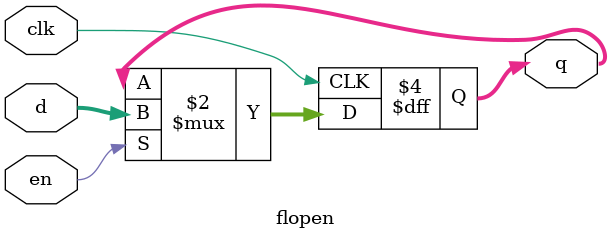
<source format=v>
`timescale 1ns / 1ps

module flopen #(parameter WIDTH = 8) (
    input clk,
    input en,
    input [WIDTH-1 : 0] d,
    output reg [WIDTH-1 : 0] q
    );
    always @(posedge clk) begin
        if(en) q <= d;
    end
endmodule

</source>
